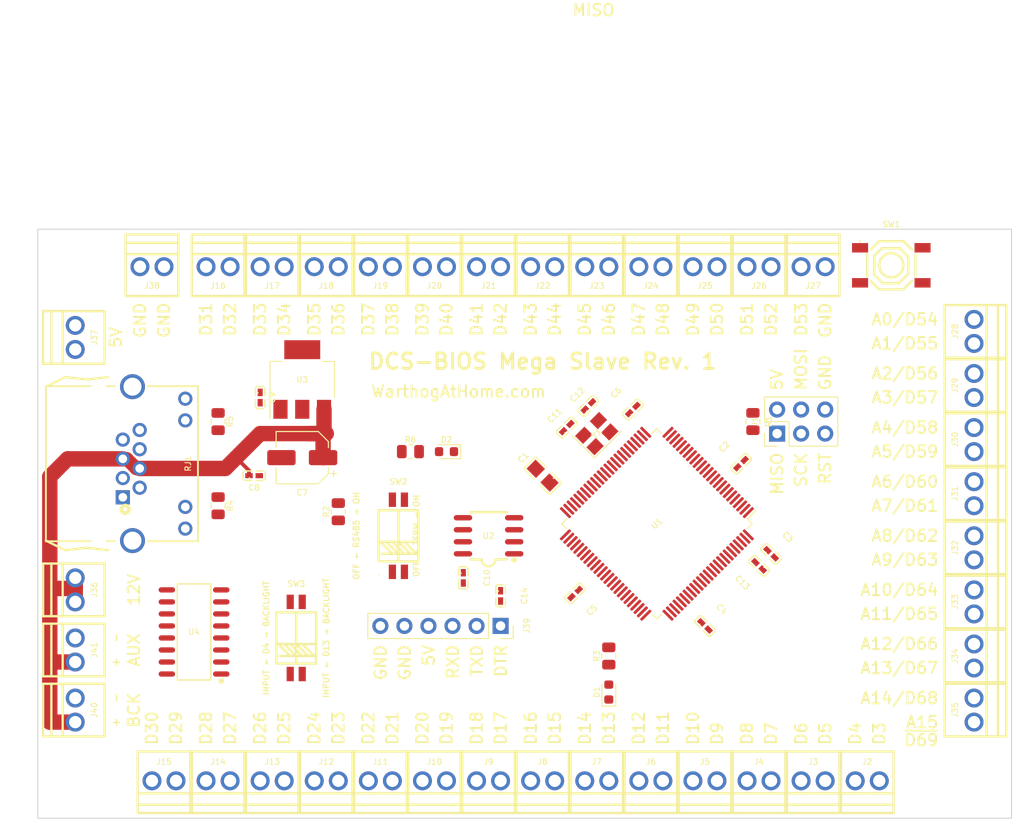
<source format=kicad_pcb>
(kicad_pcb (version 20211014) (generator pcbnew)
  (title_block (title "DCS-BIOS Mega Slave") (date "2022-08-29") (rev "1") (company "Maciej Swic"))
  (layers (0 "F.Cu" signal) (31 "B.Cu" signal) (34 "B.Paste" user) (35 "F.Paste" user) (36 "B.SilkS" user "B.Silkscreen") (37 "F.SilkS" user "F.Silkscreen") (38 "B.Mask" user) (39 "F.Mask" user) (44 "Edge.Cuts" user))
  (net 0 "")
  (net 1 "+5V")
  (net 2 "GND")
  (net 3 "+12V")
  (net 4 "XTAL1")
  (net 5 "XTAL2")
  (net 6 "Net-(C13-Pad2)")
  (net 7 "RESET")
  (net 8 "FTDI_DTR")
  (net 9 "Net-(D1-Pad2)")
  (net 10 "Net-(D2-Pad2)")
  (net 11 "D3")
  (net 12 "D4")
  (net 13 "D5")
  (net 14 "D6")
  (net 15 "D7")
  (net 16 "D8")
  (net 17 "D9")
  (net 18 "D10")
  (net 19 "D11")
  (net 20 "D12")
  (net 21 "D13")
  (net 22 "D14")
  (net 23 "D15")
  (net 24 "D16")
  (net 25 "D17")
  (net 26 "D18")
  (net 27 "D19")
  (net 28 "D20")
  (net 29 "D21")
  (net 30 "D22")
  (net 31 "D23")
  (net 32 "D24")
  (net 33 "D25")
  (net 34 "D26")
  (net 35 "D27")
  (net 36 "D28")
  (net 37 "D29")
  (net 38 "D30")
  (net 39 "D31")
  (net 40 "D32")
  (net 41 "D33")
  (net 42 "D34")
  (net 43 "D35")
  (net 44 "D36")
  (net 45 "D37")
  (net 46 "D38")
  (net 47 "D39")
  (net 48 "D40")
  (net 49 "D41")
  (net 50 "D42")
  (net 51 "D43")
  (net 52 "D44")
  (net 53 "D45")
  (net 54 "D46")
  (net 55 "D47")
  (net 56 "D48")
  (net 57 "D49")
  (net 58 "D50")
  (net 59 "D51")
  (net 60 "D52")
  (net 61 "D53")
  (net 62 "A0")
  (net 63 "A1")
  (net 64 "A2")
  (net 65 "A3")
  (net 66 "A4")
  (net 67 "A5")
  (net 68 "A6")
  (net 69 "A7")
  (net 70 "A8")
  (net 71 "A9")
  (net 72 "A10")
  (net 73 "A11")
  (net 74 "A12")
  (net 75 "A13")
  (net 76 "A14")
  (net 77 "A15")
  (net 78 "TXD")
  (net 79 "RXD")
  (net 80 "BACKLIGHT_GND")
  (net 81 "AUX_GND")
  (net 82 "RS485+")
  (net 83 "Net-(R2-Pad2)")
  (net 84 "Net-(R4-Pad1)")
  (net 85 "Net-(R5-Pad1)")
  (net 86 "RS485-")
  (net 87 "RS485_GND")
  (net 88 "AUX_BASE")
  (net 89 "BACKLIGHT_BASE")
  (net 91 "D2")
  (footprint "A10 KiCad Libraries:CONN-TH_XY308-2.54-2P" (layer "F.Cu") (at 190.5 76.2 -90)
    (fp_text reference "J28")
    (fp_text value "Screw_Terminal_01x02")
  )
  (footprint "A10 KiCad Libraries:CONN-TH_XY308-2.54-2P" (layer "F.Cu") (at 127.635001 123.825 180)
    (fp_text reference "J11")
    (fp_text value "Screw_Terminal_01x02")
  )
  (footprint "A10 KiCad Libraries:C0402" (layer "F.Cu") (at 161.925 107.315 -45)
    (fp_text reference "C4")
    (fp_text value "1uF")
  )
  (footprint "A10 KiCad Libraries:CONN-TH_XY308-2.54-2P" (layer "F.Cu") (at 179.070001 123.825 180)
    (fp_text reference "J2")
    (fp_text value "Screw_Terminal_01x02")
  )
  (footprint "A10 KiCad Libraries:CONN-TH_XY308-2.54-2P" (layer "F.Cu") (at 104.775001 123.825 180)
    (fp_text reference "J15")
    (fp_text value "Screw_Terminal_01x02")
  )
  (footprint "A10 KiCad Libraries:SW-SMD_4P-L5.1-W5.1-P3.70-LS6.5-TL-2" (layer "F.Cu") (at 181.61 69.215)
    (fp_text reference "SW1")
    (fp_text value "SW_MEC_5E")
  )
  (footprint "Connector_PinHeader_2.54mm:PinHeader_2x03_P2.54mm_Vertical" (layer "F.Cu") (at 169.545 86.995 90)
    (fp_text reference "J1")
    (fp_text value "AVR-ISP-6")
  )
  (footprint "A10 KiCad Libraries:CONN-TH_XY308-2.54-2P" (layer "F.Cu") (at 161.925001 123.825 180)
    (fp_text reference "J5")
    (fp_text value "Screw_Terminal_01x02")
  )
  (footprint "A10 KiCad Libraries:CONN-TH_XY308-2.54-2P" (layer "F.Cu") (at 95.25 103.505 90)
    (fp_text reference "J36")
    (fp_text value "Screw_Terminal_01x02")
  )
  (footprint "A10 KiCad Libraries:SOP-16_L10.0-W3.9-P1.27-LS6.0-BL" (layer "F.Cu") (at 107.95 107.95 90)
    (fp_text reference "U4")
    (fp_text value "ULN2003A")
  )
  (footprint "A10 KiCad Libraries:CONN-TH_XY308-2.54-2P" (layer "F.Cu") (at 150.495001 123.825 180)
    (fp_text reference "J7")
    (fp_text value "Screw_Terminal_01x02")
  )
  (footprint "A10 KiCad Libraries:CONN-TH_XY308-2.54-2P" (layer "F.Cu") (at 139.064999 69.215)
    (fp_text reference "J21")
    (fp_text value "Screw_Terminal_01x02")
  )
  (footprint "A10 KiCad Libraries:CONN-TH_XY308-2.54-2P" (layer "F.Cu") (at 116.204999 69.215)
    (fp_text reference "J17")
    (fp_text value "Screw_Terminal_01x02")
  )
  (footprint "A10 KiCad Libraries:CONN-TH_XY308-2.54-2P" (layer "F.Cu") (at 127.634998 69.215)
    (fp_text reference "J19")
    (fp_text value "Screw_Terminal_01x02")
  )
  (footprint "Resistor_SMD:R_0805_2012Metric" (layer "F.Cu") (at 166.99 85.72 -90)
    (fp_text reference "R1")
    (fp_text value "10K")
  )
  (footprint "A10 KiCad Libraries:C0402" (layer "F.Cu") (at 154.305 84.455 45)
    (fp_text reference "C6")
    (fp_text value "1uF")
  )
  (footprint "A10 KiCad Libraries:CONN-TH_XY308-2.54-2P" (layer "F.Cu") (at 167.64 123.825 180)
    (fp_text reference "J4")
    (fp_text value "Screw_Terminal_01x02")
  )
  (footprint "A10 KiCad Libraries:CONN-TH_XY308-2.54-2P" (layer "F.Cu") (at 103.505 69.215)
    (fp_text reference "J38")
    (fp_text value "Screw_Terminal_01x02")
  )
  (footprint "A10 KiCad Libraries:C0402" (layer "F.Cu") (at 114.3 91.44)
    (fp_text reference "C8")
    (fp_text value "10uF")
  )
  (footprint "A10 KiCad Libraries:SW-SMD_DSHP02TSGER" (layer "F.Cu") (at 118.745 108.585)
    (fp_text reference "SW3")
    (fp_text value "SW_DIP_x02")
  )
  (footprint "A10 KiCad Libraries:RJ45-TH_B-1-1" (layer "F.Cu") (at 100.33 90.17 -90)
    (fp_text reference "RJ1")
    (fp_text value "RJ45-B-1*1")
  )
  (footprint "Connector_PinSocket_2.54mm:PinSocket_1x06_P2.54mm_Vertical" (layer "F.Cu") (at 140.335 107.315 -90)
    (fp_text reference "J39")
    (fp_text value "Conn_01x06_Female")
  )
  (footprint "MountingHole:MountingHole_3.2mm_M3" (layer "F.Cu") (at 190.5 123.825)
    (fp_text reference "H4" hide)
    (fp_text value "MountingHole")
  )
  (footprint "A10 KiCad Libraries:C0402" (layer "F.Cu") (at 114.935 83.185 -90)
    (fp_text reference "C9")
    (fp_text value "1uF")
  )
  (footprint "A10 KiCad Libraries:C0402" (layer "F.Cu") (at 149.610433 84.069567 45)
    (fp_text reference "C12")
    (fp_text value "15pF")
  )
  (footprint "MountingHole:MountingHole_3.2mm_M3" (layer "F.Cu") (at 95.25 123.825)
    (fp_text reference "H3" hide)
    (fp_text value "MountingHole")
  )
  (footprint "A10 KiCad Libraries:CONN-TH_XY308-2.54-2P" (layer "F.Cu") (at 139.065001 123.825 180)
    (fp_text reference "J9")
    (fp_text value "Screw_Terminal_01x02")
  )
  (footprint "A10 KiCad Libraries:CONN-TH_XY308-2.54-2P" (layer "F.Cu") (at 156.210001 123.825 180)
    (fp_text reference "J6")
    (fp_text value "Screw_Terminal_01x02")
  )
  (footprint "A10 KiCad Libraries:CONN-TH_XY308-2.54-2P" (layer "F.Cu") (at 133.349999 69.215)
    (fp_text reference "J20")
    (fp_text value "Screw_Terminal_01x02")
  )
  (footprint "A10 KiCad Libraries:CONN-TH_XY308-2.54-2P" (layer "F.Cu") (at 133.350001 123.825 180)
    (fp_text reference "J10")
    (fp_text value "Screw_Terminal_01x02")
  )
  (footprint "A10 KiCad Libraries:CONN-TH_XY308-2.54-2P" (layer "F.Cu") (at 95.25 116.205 90)
    (fp_text reference "J40")
    (fp_text value "Screw_Terminal_01x02")
  )
  (footprint "Capacitor_SMD:CP_Elec_5x5.4" (layer "F.Cu") (at 119.38 89.535 180)
    (fp_text reference "C7")
    (fp_text value "47uF")
  )
  (footprint "A10 KiCad Libraries:CONN-TH_XY308-2.54-2P" (layer "F.Cu") (at 190.5 87.63 -90)
    (fp_text reference "J30")
    (fp_text value "Screw_Terminal_01x02")
  )
  (footprint "A10 KiCad Libraries:CONN-TH_XY308-2.54-2P" (layer "F.Cu") (at 95.25 76.835 90)
    (fp_text reference "J37")
    (fp_text value "Screw_Terminal_01x02")
  )
  (footprint "A10 KiCad Libraries:SW-SMD_DSHP02TSGER" (layer "F.Cu") (at 129.54 97.79)
    (fp_text reference "SW2")
    (fp_text value "SW_DIP_x02")
  )
  (footprint "A10 KiCad Libraries:C0402" (layer "F.Cu") (at 167.64 100.965 135)
    (fp_text reference "C13")
    (fp_text value "100nF")
  )
  (footprint "MountingHole:MountingHole_3.2mm_M3" (layer "F.Cu") (at 190.5 69.215)
    (fp_text reference "H2" hide)
    (fp_text value "MountingHole")
  )
  (footprint "A10 KiCad Libraries:CONN-TH_XY308-2.54-2P" (layer "F.Cu") (at 190.5 104.775 -90)
    (fp_text reference "J33")
    (fp_text value "Screw_Terminal_01x02")
  )
  (footprint "A10 KiCad Libraries:CONN-TH_XY308-2.54-2P" (layer "F.Cu") (at 144.78 123.825 180)
    (fp_text reference "J8")
    (fp_text value "Screw_Terminal_01x02")
  )
  (footprint "A10 KiCad Libraries:SOIC-8_L5.0-W4.0-P1.27-LS6.0-BL" (layer "F.Cu") (at 139.065 97.79 90)
    (fp_text reference "U2")
    (fp_text value "MAX487ESA+T")
  )
  (footprint "A10 KiCad Libraries:CONN-TH_XY308-2.54-2P" (layer "F.Cu") (at 161.924999 69.215)
    (fp_text reference "J25")
    (fp_text value "Screw_Terminal_01x02")
  )
  (footprint "Resistor_SMD:R_0805_2012Metric" (layer "F.Cu") (at 123.19 95.25 90)
    (fp_text reference "R2")
    (fp_text value "120R")
  )
  (footprint "MountingHole:MountingHole_3.2mm_M3" (layer "F.Cu") (at 95.25 69.215)
    (fp_text reference "H1" hide)
    (fp_text value "MountingHole")
  )
  (footprint "Package_TO_SOT_SMD:SOT-223-3_TabPin2" (layer "F.Cu") (at 119.38 81.28 90)
    (fp_text reference "U3")
    (fp_text value "AMS1117-5.0")
  )
  (footprint "A10 KiCad Libraries:CONN-TH_XY308-2.54-2P" (layer "F.Cu") (at 121.92 123.825 180)
    (fp_text reference "J12")
    (fp_text value "Screw_Terminal_01x02")
  )
  (footprint "A10 KiCad Libraries:C0402" (layer "F.Cu") (at 165.735 90.17 45)
    (fp_text reference "C2")
    (fp_text value "1uF")
  )
  (footprint "A10 KiCad Libraries:C0402" (layer "F.Cu") (at 140.335 104.14 -90)
    (fp_text reference "C14")
    (fp_text value "100nF")
  )
  (footprint "LED_SMD:LED_0603_1608Metric" (layer "F.Cu") (at 134.62 88.9 180)
    (fp_text reference "D2")
    (fp_text value "LED")
  )
  (footprint "A10 KiCad Libraries:CONN-TH_XY308-2.54-2P" (layer "F.Cu") (at 173.355001 123.825 180)
    (fp_text reference "J3")
    (fp_text value "Screw_Terminal_01x02")
  )
  (footprint "Package_QFP:TQFP-100_14x14mm_P0.5mm" (layer "F.Cu") (at 156.845 96.52 -135)
    (fp_text reference "U1")
    (fp_text value "ATmega2560-16A")
  )
  (footprint "A10 KiCad Libraries:CONN-TH_XY308-2.54-2P" (layer "F.Cu") (at 110.490001 123.825 180)
    (fp_text reference "J14")
    (fp_text value "Screw_Terminal_01x02")
  )
  (footprint "A10 KiCad Libraries:C0805" (layer "F.Cu") (at 144.78 91.44 135)
    (fp_text reference "C1")
    (fp_text value "4.7uF")
  )
  (footprint "Resistor_SMD:R_0805_2012Metric" (layer "F.Cu") (at 151.765 110.49 -90)
    (fp_text reference "R3")
    (fp_text value "1K")
  )
  (footprint "A10 KiCad Libraries:C0402" (layer "F.Cu") (at 148.204567 103.890433 -135)
    (fp_text reference "C5")
    (fp_text value "1uF")
  )
  (footprint "A10 KiCad Libraries:CONN-TH_XY308-2.54-2P" (layer "F.Cu") (at 190.5 99.06 -90)
    (fp_text reference "J32")
    (fp_text value "Screw_Terminal_01x02")
  )
  (footprint "A10 KiCad Libraries:CONN-TH_XY308-2.54-2P" (layer "F.Cu") (at 121.919999 69.215)
    (fp_text reference "J18")
    (fp_text value "Screw_Terminal_01x02")
  )
  (footprint "Resistor_SMD:R_0805_2012Metric" (layer "F.Cu") (at 110.49 94.615 90)
    (fp_text reference "R4")
    (fp_text value "1.8K")
  )
  (footprint "A10 KiCad Libraries:CONN-TH_XY308-2.54-2P" (layer "F.Cu") (at 150.494998 69.215)
    (fp_text reference "J23")
    (fp_text value "Screw_Terminal_01x02")
  )
  (footprint "LED_SMD:LED_0603_1608Metric" (layer "F.Cu") (at 151.765 114.3 90)
    (fp_text reference "D1")
    (fp_text value "LED")
  )
  (footprint "A10 KiCad Libraries:CONN-TH_XY308-2.54-2P" (layer "F.Cu") (at 190.5 93.345 -90)
    (fp_text reference "J31")
    (fp_text value "Screw_Terminal_01x02")
  )
  (footprint "A10 KiCad Libraries:CONN-TH_XY308-2.54-2P" (layer "F.Cu") (at 173.355 69.215)
    (fp_text reference "J27")
    (fp_text value "Screw_Terminal_01x02")
  )
  (footprint "A10 KiCad Libraries:CONN-TH_XY308-2.54-2P" (layer "F.Cu") (at 116.205001 123.825 180)
    (fp_text reference "J13")
    (fp_text value "Screw_Terminal_01x02")
  )
  (footprint "A10 KiCad Libraries:CONN-TH_XY308-2.54-2P" (layer "F.Cu") (at 110.489999 69.215)
    (fp_text reference "J16")
    (fp_text value "Screw_Terminal_01x02")
  )
  (footprint "A10 KiCad Libraries:C0402" (layer "F.Cu") (at 168.91 99.695 -45)
    (fp_text reference "C3")
    (fp_text value "1uF")
  )
  (footprint "A10 KiCad Libraries:CONN-TH_XY308-2.54-2P" (layer "F.Cu") (at 144.779999 69.215)
    (fp_text reference "J22")
    (fp_text value "Screw_Terminal_01x02")
  )
  (footprint "A10 KiCad Libraries:C0402" (layer "F.Cu") (at 136.398 102.235 -90)
    (fp_text reference "C10")
    (fp_text value "1uF")
  )
  (footprint "A10 KiCad Libraries:CONN-TH_XY308-2.54-2P" (layer "F.Cu") (at 156.209999 69.215)
    (fp_text reference "J24")
    (fp_text value "Screw_Terminal_01x02")
  )
  (footprint "A10 KiCad Libraries:CONN-TH_XY308-2.54-2P" (layer "F.Cu") (at 190.499999 81.915 -90)
    (fp_text reference "J29")
    (fp_text value "Screw_Terminal_01x02")
  )
  (footprint "A10 KiCad Libraries:CONN-TH_XY308-2.54-2P" (layer "F.Cu") (at 167.639999 69.215)
    (fp_text reference "J26")
    (fp_text value "Screw_Terminal_01x02")
  )
  (footprint "A10 KiCad Libraries:C0402" (layer "F.Cu") (at 147.32 86.36 45)
    (fp_text reference "C11")
    (fp_text value "15pF")
  )
  (footprint "Crystal:Crystal_SMD_3225-4Pin_3.2x2.5mm" (layer "F.Cu") (at 150.495 86.995 45)
    (fp_text reference "Y1")
    (fp_text value "Crystal_GND24")
  )
  (footprint "A10 KiCad Libraries:CONN-TH_XY308-2.54-2P" (layer "F.Cu") (at 95.25 109.855 90)
    (fp_text reference "J41")
    (fp_text value "Screw_Terminal_01x02")
  )
  (footprint "A10 KiCad Libraries:CONN-TH_XY308-2.54-2P" (layer "F.Cu") (at 190.5 116.205 -90)
    (fp_text reference "J35")
    (fp_text value "Screw_Terminal_01x02")
  )
  (footprint "A10 KiCad Libraries:CONN-TH_XY308-2.54-2P" (layer "F.Cu") (at 190.5 110.49 -90)
    (fp_text reference "J34")
    (fp_text value "Screw_Terminal_01x02")
  )
  (footprint "Resistor_SMD:R_0805_2012Metric" (layer "F.Cu") (at 110.49 85.725 -90)
    (fp_text reference "R5")
    (fp_text value "1.8K")
  )
  (footprint "Resistor_SMD:R_0805_2012Metric" (layer "F.Cu") (at 130.81 88.9)
    (fp_text reference "R6")
    (fp_text value "1K")
  )
  (gr_rect (start 91.44 65.405) (end 194.31 127.635) (layer "Edge.Cuts") (width 0.1016) (fill none))
  (gr_text "WarthogAtHome.com" (at 135.89 82.55) (layer "F.SilkS") (effects (font (size 1.2192 1.2192) (thickness 0.2032))))
  (gr_text "OFF ← TERM → ON" (at 131.445 97.79 90) (layer "F.SilkS") (effects (font (size 0.6096 0.6096) (thickness 0.127))))
  (gr_text "INPUT ← D4 → BACKLIGHT" (at 115.57 108.585 90) (layer "F.SilkS") (effects (font (size 0.6096 0.6096) (thickness 0.127))))
  (gr_text "INPUT ← D13 → BACKLIGHT" (at 121.92 108.585 90) (layer "F.SilkS") (effects (font (size 0.6096 0.6096) (thickness 0.127))))
  (gr_text "OFF ← RS485 → ON" (at 125.095 97.79 90) (layer "F.SilkS") (effects (font (size 0.6096 0.6096) (thickness 0.127))))
  (gr_text "${TITLE} Rev. ${REVISION}" (at 144.78 79.375) (layer "F.SilkS") (effects (font (size 1.6256 1.6256) (thickness 0.3048))))
  (gr_text "MISO" (at 152.493541 42.258228) (layer "F.SilkS") (effects (font (size 1.2192 1.2192) (thickness 0.2032)) (justify right)))
  (segment (start 92.859987 103.355013) (end 95.399987 103.355013) (width 1.6256) (layer "F.Cu") (net 3))
  (segment (start 92.71 111.125) (end 92.71 117.475) (width 1.6256) (layer "F.Cu") (net 3))
  (segment (start 101.854003 90.678001) (end 102.207064 90.678001) (width 1.4224) (layer "F.Cu") (net 3))
  (segment (start 102.207064 90.678001) (end 111.251999 90.678001) (width 1.6256) (layer "F.Cu") (net 3))
  (segment (start 92.71 91.544011) (end 94.592012 89.661999) (width 1.6256) (layer "F.Cu") (net 3))
  (segment (start 114.935 86.995) (end 121.92 86.995) (width 1.6256) (layer "F.Cu") (net 3))
  (segment (start 113.754915 91.44) (end 113.754915 90.894915) (width 0.4064) (layer "F.Cu") (net 3))
  (segment (start 92.710003 111.125003) (end 92.71 111.125) (width 1.6256) (layer "F.Cu") (net 3))
  (segment (start 95.399987 111.125003) (end 92.710003 111.125003) (width 1.6256) (layer "F.Cu") (net 3))
  (segment (start 111.251999 90.678001) (end 112.395 89.535) (width 1.6256) (layer "F.Cu") (net 3))
  (segment (start 92.859987 103.355013) (end 92.71 103.205026) (width 1.6256) (layer "F.Cu") (net 3))
  (segment (start 92.71 103.505) (end 92.859987 103.355013) (width 1.6256) (layer "F.Cu") (net 3))
  (segment (start 121.58 89.535) (end 121.58 86.995) (width 1.6256) (layer "F.Cu") (net 3))
  (segment (start 92.71 117.475) (end 92.710003 117.475003) (width 1.6256) (layer "F.Cu") (net 3))
  (segment (start 121.0034 86.995) (end 120.015 86.995) (width 1.6256) (layer "F.Cu") (net 3))
  (segment (start 95.399987 103.355013) (end 95.399987 102.234997) (width 1.6256) (layer "F.Cu") (net 3))
  (segment (start 100.42652 89.661999) (end 100.838001 89.661999) (width 1.4224) (layer "F.Cu") (net 3))
  (segment (start 121.68 84.43) (end 121.68 86.995) (width 1.6256) (layer "F.Cu") (net 3))
  (segment (start 92.710003 117.475003) (end 95.399987 117.475003) (width 1.6256) (layer "F.Cu") (net 3))
  (segment (start 92.71 103.205026) (end 92.71 91.544011) (width 1.6256) (layer "F.Cu") (net 3))
  (segment (start 95.399987 104.775003) (end 95.399987 103.355013) (width 1.6256) (layer "F.Cu") (net 3))
  (segment (start 92.71 111.125) (end 92.71 103.505) (width 1.6256) (layer "F.Cu") (net 3))
  (segment (start 100.838001 89.661999) (end 101.854003 90.678001) (width 1.4224) (layer "F.Cu") (net 3))
  (segment (start 113.754915 90.894915) (end 112.395 89.535) (width 0.4064) (layer "F.Cu") (net 3))
  (segment (start 112.395 89.535) (end 114.935 86.995) (width 1.6256) (layer "F.Cu") (net 3))
  (segment (start 94.592012 89.661999) (end 100.42652 89.661999) (width 1.6256) (layer "F.Cu") (net 3))
)
</source>
